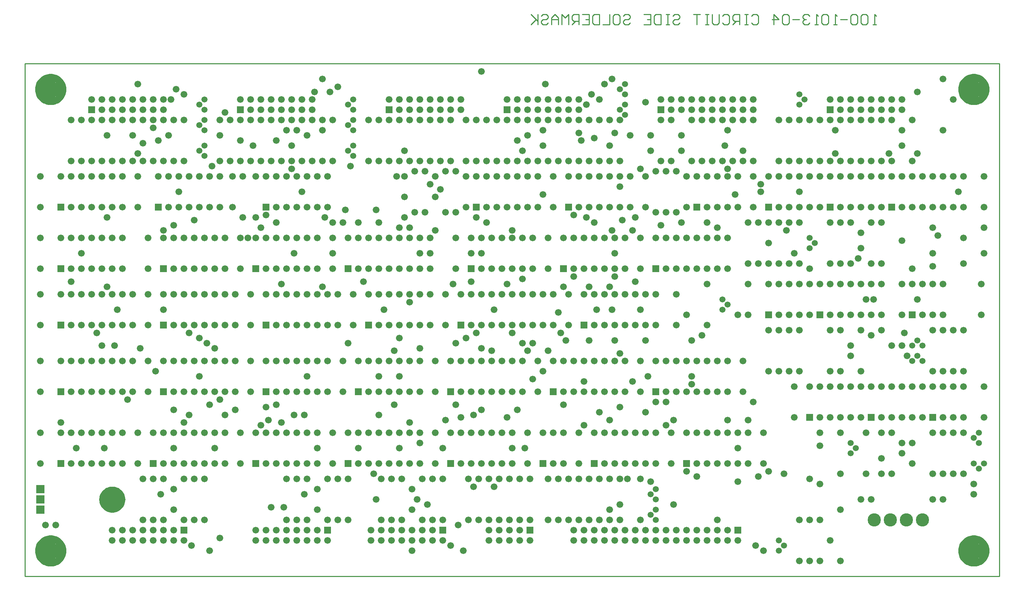
<source format=gbs>
*%FSLAX23Y23*%
*%MOIN*%
G01*
%ADD11C,0.006*%
%ADD12C,0.007*%
%ADD13C,0.008*%
%ADD14C,0.010*%
%ADD15C,0.012*%
%ADD16C,0.020*%
%ADD17C,0.030*%
%ADD18C,0.032*%
%ADD19C,0.036*%
%ADD20C,0.040*%
%ADD21C,0.050*%
%ADD22C,0.052*%
%ADD23C,0.055*%
%ADD24C,0.056*%
%ADD25C,0.059*%
%ADD26C,0.062*%
%ADD27C,0.066*%
%ADD28C,0.070*%
%ADD29C,0.090*%
%ADD30C,0.120*%
%ADD31C,0.125*%
%ADD32C,0.129*%
%ADD33C,0.140*%
%ADD34C,0.160*%
%ADD35C,0.250*%
%ADD36C,0.250*%
%ADD37R,0.062X0.062*%
%ADD38R,0.066X0.066*%
%ADD39R,0.075X0.075*%
%ADD40R,0.079X0.079*%
%ADD41R,0.250X0.250*%
D14*
X12628Y10782D02*
X12661D01*
X12644D02*
X12628D01*
X12644D02*
Y10882D01*
X12645D01*
X12644D02*
X12661Y10865D01*
X12578D02*
X12561Y10882D01*
X12528D01*
X12511Y10865D01*
Y10799D01*
X12528Y10782D01*
X12561D01*
X12578Y10799D01*
Y10865D01*
X12478D02*
X12461Y10882D01*
X12428D01*
X12411Y10865D01*
Y10799D01*
X12428Y10782D01*
X12461D01*
X12478Y10799D01*
Y10865D01*
X12378Y10832D02*
X12311D01*
X12278Y10782D02*
X12244D01*
X12261D01*
Y10882D01*
X12262D01*
X12261D02*
X12278Y10865D01*
X12194D02*
X12178Y10882D01*
X12144D01*
X12128Y10865D01*
Y10799D01*
X12144Y10782D01*
X12178D01*
X12194Y10799D01*
Y10865D01*
X12095Y10782D02*
X12061D01*
X12078D01*
Y10882D01*
X12079D01*
X12078D02*
X12095Y10865D01*
X12011D02*
X11995Y10882D01*
X11961D01*
X11945Y10865D01*
Y10849D01*
X11946D01*
X11945D02*
X11946D01*
X11945D02*
X11946D01*
X11945D02*
X11961Y10832D01*
X11978D01*
X11961D01*
X11945Y10815D01*
Y10799D01*
X11961Y10782D01*
X11995D01*
X12011Y10799D01*
X11911Y10832D02*
X11845D01*
X11811Y10865D02*
X11795Y10882D01*
X11761D01*
X11745Y10865D01*
Y10799D01*
X11761Y10782D01*
X11795D01*
X11811Y10799D01*
Y10865D01*
X11661Y10882D02*
Y10782D01*
X11711Y10832D02*
X11661Y10882D01*
X11645Y10832D02*
X11711D01*
X11461Y10882D02*
X11445Y10865D01*
X11461Y10882D02*
X11495D01*
X11511Y10865D01*
Y10799D01*
X11495Y10782D01*
X11461D01*
X11445Y10799D01*
X11411Y10882D02*
X11378D01*
X11395D01*
Y10782D01*
X11411D01*
X11378D01*
X11328D02*
Y10882D01*
X11278D01*
X11261Y10865D01*
Y10832D01*
X11278Y10815D01*
X11328D01*
X11295D02*
X11261Y10782D01*
X11161Y10865D02*
X11178Y10882D01*
X11211D01*
X11228Y10865D01*
Y10799D01*
X11211Y10782D01*
X11178D01*
X11161Y10799D01*
X11128D02*
Y10882D01*
Y10799D02*
X11112Y10782D01*
X11078D01*
X11062Y10799D01*
Y10882D01*
X11028D02*
X10995D01*
X11012D01*
Y10782D01*
X11028D01*
X10995D01*
X10945Y10882D02*
X10878D01*
X10912D01*
Y10782D01*
X10695Y10882D02*
X10678Y10865D01*
X10695Y10882D02*
X10728D01*
X10745Y10865D01*
Y10849D01*
X10728Y10832D01*
X10695D01*
X10678Y10815D01*
Y10799D01*
X10695Y10782D01*
X10728D01*
X10745Y10799D01*
X10645Y10882D02*
X10612D01*
X10628D01*
Y10782D01*
X10645D01*
X10612D01*
X10562D02*
Y10882D01*
Y10782D02*
X10512D01*
X10495Y10799D01*
Y10865D01*
X10512Y10882D01*
X10562D01*
X10462D02*
X10395D01*
X10462D02*
Y10782D01*
X10395D01*
X10428Y10832D02*
X10462D01*
X10212Y10882D02*
X10195Y10865D01*
X10212Y10882D02*
X10245D01*
X10262Y10865D01*
Y10849D01*
X10245Y10832D01*
X10212D01*
X10195Y10815D01*
Y10799D01*
X10212Y10782D01*
X10245D01*
X10262Y10799D01*
X10145Y10882D02*
X10112D01*
X10145D02*
X10162Y10865D01*
Y10799D01*
X10145Y10782D01*
X10112D01*
X10095Y10799D01*
Y10865D01*
X10112Y10882D01*
X10062D02*
Y10782D01*
X9995D01*
X9962D02*
Y10882D01*
Y10782D02*
X9912D01*
X9895Y10799D01*
Y10865D01*
X9912Y10882D01*
X9962D01*
X9862D02*
X9795D01*
X9862D02*
Y10782D01*
X9795D01*
X9829Y10832D02*
X9862D01*
X9762Y10782D02*
Y10882D01*
X9712D01*
X9695Y10865D01*
Y10832D01*
X9712Y10815D01*
X9762D01*
X9729D02*
X9695Y10782D01*
X9662D02*
Y10882D01*
X9629Y10849D01*
X9595Y10882D01*
Y10782D01*
X9562D02*
Y10849D01*
X9529Y10882D01*
X9495Y10849D01*
Y10782D01*
Y10832D01*
X9562D01*
X9412Y10882D02*
X9395Y10865D01*
X9412Y10882D02*
X9445D01*
X9462Y10865D01*
Y10849D01*
X9445Y10832D01*
X9412D01*
X9395Y10815D01*
Y10799D01*
X9412Y10782D01*
X9445D01*
X9462Y10799D01*
X9362Y10782D02*
Y10882D01*
Y10815D02*
Y10782D01*
Y10815D02*
X9295Y10882D01*
X9345Y10832D01*
X9295Y10782D01*
X13861Y5402D02*
X4361D01*
X13861D02*
Y10402D01*
X4361D01*
Y5402D01*
D25*
X6111Y10052D02*
D03*
Y9952D02*
D03*
X6061Y10002D02*
D03*
X6111Y9852D02*
D03*
Y9752D02*
D03*
X6061Y9802D02*
D03*
X6111Y9602D02*
D03*
Y9502D02*
D03*
X6061Y9552D02*
D03*
X7561Y10052D02*
D03*
Y9952D02*
D03*
X7511Y10002D02*
D03*
X7561Y9852D02*
D03*
Y9752D02*
D03*
X7511Y9802D02*
D03*
X7561Y9602D02*
D03*
Y9502D02*
D03*
X7511Y9552D02*
D03*
X10511Y6252D02*
D03*
Y6152D02*
D03*
X10461Y6202D02*
D03*
X10511Y6052D02*
D03*
Y5952D02*
D03*
X10461Y6002D02*
D03*
X10211Y10202D02*
D03*
Y10102D02*
D03*
X10161Y10152D02*
D03*
X10211Y10002D02*
D03*
Y9902D02*
D03*
X10161Y9952D02*
D03*
X11711Y5752D02*
D03*
X11761Y5702D02*
D03*
X11711Y5652D02*
D03*
X12411Y6602D02*
D03*
X12461Y6652D02*
D03*
X12411Y6702D02*
D03*
X12011Y8602D02*
D03*
Y8702D02*
D03*
X12061Y8652D02*
D03*
X11161Y8002D02*
D03*
Y8102D02*
D03*
X11211Y8052D02*
D03*
X11911Y10002D02*
D03*
Y10102D02*
D03*
X11961Y10052D02*
D03*
X13611Y6502D02*
D03*
X13711D02*
D03*
X13661Y6452D02*
D03*
Y6802D02*
D03*
Y6702D02*
D03*
X13611Y6752D02*
D03*
X13111Y7502D02*
D03*
X13011D02*
D03*
X13061Y7552D02*
D03*
X13111Y7652D02*
D03*
X13011D02*
D03*
X13061Y7702D02*
D03*
D27*
X13461Y9152D02*
D03*
X13261Y8727D02*
D03*
X13211Y8427D02*
D03*
X12961Y7552D02*
D03*
X13011Y8402D02*
D03*
X13061Y8102D02*
D03*
Y10127D02*
D03*
Y9527D02*
D03*
X12911Y8677D02*
D03*
X12936Y7777D02*
D03*
X12786Y9527D02*
D03*
X12711Y6552D02*
D03*
X12611Y7752D02*
D03*
X12711Y7802D02*
D03*
X12561Y8102D02*
D03*
X12636D02*
D03*
X12486Y8502D02*
D03*
X12261Y9527D02*
D03*
Y9752D02*
D03*
X12111Y6677D02*
D03*
X12011Y6352D02*
D03*
Y8402D02*
D03*
X11861Y8552D02*
D03*
X11786Y8777D02*
D03*
X11911Y9152D02*
D03*
X11761Y6402D02*
D03*
X11611Y6427D02*
D03*
Y8652D02*
D03*
X11561Y5652D02*
D03*
X11486Y5702D02*
D03*
X11511Y6377D02*
D03*
X11461Y7102D02*
D03*
X11411Y6927D02*
D03*
X11536Y9227D02*
D03*
Y9152D02*
D03*
X11311Y6327D02*
D03*
X11211Y6927D02*
D03*
X11311Y6652D02*
D03*
Y7952D02*
D03*
X11211Y9377D02*
D03*
Y9752D02*
D03*
X11286Y9127D02*
D03*
X11361Y9552D02*
D03*
X11111Y5952D02*
D03*
X11011Y8852D02*
D03*
X11111Y8802D02*
D03*
X11186Y9602D02*
D03*
X10811Y6427D02*
D03*
X10911Y6377D02*
D03*
X10861Y7277D02*
D03*
Y7352D02*
D03*
X10961Y7752D02*
D03*
X10861Y7702D02*
D03*
X10811Y7952D02*
D03*
X10686Y6927D02*
D03*
X10611Y6877D02*
D03*
Y7102D02*
D03*
X10686Y6102D02*
D03*
X10761Y8852D02*
D03*
X10436Y7352D02*
D03*
X10411Y7002D02*
D03*
X10461Y6327D02*
D03*
X10511Y7102D02*
D03*
X10411Y7702D02*
D03*
X10561Y8827D02*
D03*
X10411Y10027D02*
D03*
X10236Y6352D02*
D03*
X10286Y7302D02*
D03*
X10311Y8277D02*
D03*
X10361Y8002D02*
D03*
X10311Y8902D02*
D03*
X10286Y8777D02*
D03*
X10261Y9702D02*
D03*
X10361Y9377D02*
D03*
X10161Y7052D02*
D03*
X10061Y6927D02*
D03*
X10161Y6102D02*
D03*
X10061Y6052D02*
D03*
X10111Y7702D02*
D03*
Y8552D02*
D03*
X10086Y8002D02*
D03*
X10186Y8877D02*
D03*
X10086Y8777D02*
D03*
X10061Y8227D02*
D03*
X10111Y8327D02*
D03*
X10161Y7577D02*
D03*
X10086Y10252D02*
D03*
X10061Y9602D02*
D03*
X10161Y9202D02*
D03*
X10111Y9727D02*
D03*
X9961Y7002D02*
D03*
X9911Y8852D02*
D03*
X9861Y7702D02*
D03*
Y8227D02*
D03*
X9836Y8902D02*
D03*
X9936Y8002D02*
D03*
X9836Y10002D02*
D03*
X9961Y10052D02*
D03*
X10011Y10202D02*
D03*
X9886Y10102D02*
D03*
X9911Y9677D02*
D03*
X9811Y6877D02*
D03*
Y7302D02*
D03*
X9711Y8327D02*
D03*
Y8927D02*
D03*
X9636Y7702D02*
D03*
X9786Y9652D02*
D03*
X9761Y9727D02*
D03*
X9561Y7977D02*
D03*
X9461Y7602D02*
D03*
X9586Y7777D02*
D03*
X9436Y10202D02*
D03*
X9611Y7077D02*
D03*
Y8227D02*
D03*
X9411Y7402D02*
D03*
X9236Y6652D02*
D03*
X9311Y7327D02*
D03*
X9261Y7602D02*
D03*
X9311Y7677D02*
D03*
X9261Y9702D02*
D03*
X9411Y9602D02*
D03*
Y9127D02*
D03*
Y9752D02*
D03*
X9061Y6952D02*
D03*
X9161Y7027D02*
D03*
X9111Y6652D02*
D03*
X9211Y8302D02*
D03*
Y7677D02*
D03*
X9111Y7777D02*
D03*
X9061Y8252D02*
D03*
X9111Y8777D02*
D03*
X9161Y9652D02*
D03*
X9211Y9552D02*
D03*
X8936Y6277D02*
D03*
X8911Y7602D02*
D03*
X8936Y8002D02*
D03*
X8861Y8852D02*
D03*
X8736Y6977D02*
D03*
X8811Y7027D02*
D03*
X8736Y6277D02*
D03*
X8761Y8902D02*
D03*
X8711Y8277D02*
D03*
Y8552D02*
D03*
X8661Y7727D02*
D03*
X8761Y7777D02*
D03*
X8811Y7627D02*
D03*
Y8552D02*
D03*
Y10327D02*
D03*
X8636Y5652D02*
D03*
X8511Y5702D02*
D03*
X8586Y5902D02*
D03*
X8561Y7077D02*
D03*
X8611Y6952D02*
D03*
X8461Y6927D02*
D03*
X8561Y7677D02*
D03*
X8536Y8252D02*
D03*
X8286Y6102D02*
D03*
X8436Y6652D02*
D03*
X8311Y8552D02*
D03*
X8361Y8777D02*
D03*
X8411Y9177D02*
D03*
X8311Y9227D02*
D03*
X8136Y5652D02*
D03*
X8111Y6902D02*
D03*
X8211Y6702D02*
D03*
X8186Y6152D02*
D03*
X8111Y8077D02*
D03*
X8211Y7627D02*
D03*
X8061Y8902D02*
D03*
X8211Y8552D02*
D03*
X8061Y9552D02*
D03*
X8011Y6652D02*
D03*
X7961Y7077D02*
D03*
X8011Y7352D02*
D03*
X7961Y7602D02*
D03*
X8011Y7727D02*
D03*
X7986Y9302D02*
D03*
X7761Y6402D02*
D03*
X7811Y6977D02*
D03*
Y7352D02*
D03*
X7786Y6152D02*
D03*
X7861Y8002D02*
D03*
X7611Y6652D02*
D03*
X7661Y8277D02*
D03*
X7511Y7677D02*
D03*
X7536Y9402D02*
D03*
X7286Y8902D02*
D03*
X7361Y8552D02*
D03*
X7411Y10177D02*
D03*
X7336Y10127D02*
D03*
X7086Y6202D02*
D03*
X7111Y7352D02*
D03*
X7086Y6977D02*
D03*
X7211Y6652D02*
D03*
X7261Y8227D02*
D03*
X7186Y10127D02*
D03*
X7111Y9702D02*
D03*
X7261Y9752D02*
D03*
Y10252D02*
D03*
X6886Y6077D02*
D03*
X6986Y6977D02*
D03*
Y8552D02*
D03*
X7061Y9152D02*
D03*
X6961Y9602D02*
D03*
Y9377D02*
D03*
X6911Y9752D02*
D03*
X7011D02*
D03*
X6736Y6927D02*
D03*
X6711Y7052D02*
D03*
X6811Y7077D02*
D03*
X6861Y6902D02*
D03*
X6761Y6077D02*
D03*
X6861Y8252D02*
D03*
X6711Y8927D02*
D03*
X6811Y8852D02*
D03*
Y9652D02*
D03*
X6661Y6877D02*
D03*
Y8802D02*
D03*
X6536Y8702D02*
D03*
X6586Y9602D02*
D03*
X6311Y6977D02*
D03*
X6411Y7027D02*
D03*
X6461Y9652D02*
D03*
X6311Y9927D02*
D03*
X6261Y5777D02*
D03*
X6161Y5652D02*
D03*
X6261Y7127D02*
D03*
X6161Y7077D02*
D03*
X6211Y6652D02*
D03*
X6136Y7677D02*
D03*
X6211Y7627D02*
D03*
X6261Y9702D02*
D03*
X6186Y9402D02*
D03*
X5986Y5702D02*
D03*
X6061Y7352D02*
D03*
X5961Y6977D02*
D03*
X5911Y6902D02*
D03*
X6011Y8877D02*
D03*
X5961Y7777D02*
D03*
X6061Y7727D02*
D03*
X5911Y10102D02*
D03*
X5811Y6652D02*
D03*
Y7027D02*
D03*
X5711Y8002D02*
D03*
X5811Y8827D02*
D03*
X5711Y8777D02*
D03*
X5861Y9152D02*
D03*
X5761Y9702D02*
D03*
X5786Y10052D02*
D03*
X5836Y10152D02*
D03*
X5636Y7402D02*
D03*
X5686Y6202D02*
D03*
X5661Y9652D02*
D03*
X5611Y9777D02*
D03*
X5361Y7127D02*
D03*
X5486Y7627D02*
D03*
X5411Y9702D02*
D03*
X5461Y10202D02*
D03*
X5511Y9627D02*
D03*
X5461Y9527D02*
D03*
X5136Y6652D02*
D03*
X5261Y8002D02*
D03*
X5161Y8902D02*
D03*
Y8227D02*
D03*
X5236Y7652D02*
D03*
X5161Y9702D02*
D03*
X5111Y7652D02*
D03*
X5061Y7777D02*
D03*
X4861Y6652D02*
D03*
X4811Y8277D02*
D03*
X4911Y8552D02*
D03*
X4711Y6902D02*
D03*
X4561Y5902D02*
D03*
X4661D02*
D03*
X4811Y7202D02*
D03*
X4911D02*
D03*
X5011D02*
D03*
X5111D02*
D03*
X5211D02*
D03*
X5311D02*
D03*
X5411D02*
D03*
Y7502D02*
D03*
X5311D02*
D03*
X5211D02*
D03*
X5111D02*
D03*
X5011D02*
D03*
X4911D02*
D03*
X4811D02*
D03*
X4711D02*
D03*
X4511Y6802D02*
D03*
Y6502D02*
D03*
X4811D02*
D03*
X4911D02*
D03*
X5011D02*
D03*
X5111D02*
D03*
X5211D02*
D03*
X5311D02*
D03*
Y6802D02*
D03*
X5211D02*
D03*
X5111D02*
D03*
X5011D02*
D03*
X4911D02*
D03*
X4811D02*
D03*
X4711D02*
D03*
X4511Y7502D02*
D03*
Y7202D02*
D03*
Y8702D02*
D03*
Y8402D02*
D03*
X4811D02*
D03*
X4911D02*
D03*
X5011D02*
D03*
X5111D02*
D03*
X5211D02*
D03*
X5311D02*
D03*
Y8702D02*
D03*
X5211D02*
D03*
X5111D02*
D03*
X5011D02*
D03*
X4911D02*
D03*
X4811D02*
D03*
X4711D02*
D03*
X4511Y8152D02*
D03*
Y7852D02*
D03*
X4811D02*
D03*
X4911D02*
D03*
X5011D02*
D03*
X5111D02*
D03*
X5211D02*
D03*
X5311D02*
D03*
X5411D02*
D03*
Y8152D02*
D03*
X5311D02*
D03*
X5211D02*
D03*
X5111D02*
D03*
X5011D02*
D03*
X4911D02*
D03*
X4811D02*
D03*
X4711D02*
D03*
X4811Y9002D02*
D03*
X4911D02*
D03*
X5011D02*
D03*
X5111D02*
D03*
X5211D02*
D03*
X5311D02*
D03*
Y9302D02*
D03*
X5211D02*
D03*
X5111D02*
D03*
X5011D02*
D03*
X4911D02*
D03*
X4811D02*
D03*
X4711D02*
D03*
X4511D02*
D03*
Y9002D02*
D03*
X4811Y9452D02*
D03*
Y9852D02*
D03*
X4911Y9452D02*
D03*
Y9852D02*
D03*
X5711Y5952D02*
D03*
Y6352D02*
D03*
X5911Y5952D02*
D03*
Y6352D02*
D03*
X5211Y5752D02*
D03*
Y5852D02*
D03*
X5311Y5752D02*
D03*
Y5852D02*
D03*
X5411Y5752D02*
D03*
Y5852D02*
D03*
X5511Y5752D02*
D03*
Y5852D02*
D03*
X5611Y5752D02*
D03*
Y5852D02*
D03*
X5711Y5752D02*
D03*
Y5852D02*
D03*
X5811Y5752D02*
D03*
Y5852D02*
D03*
X5911Y5752D02*
D03*
X5611Y5952D02*
D03*
Y6352D02*
D03*
X5811Y7202D02*
D03*
X5911D02*
D03*
X6011D02*
D03*
X6111D02*
D03*
X6211D02*
D03*
X6311D02*
D03*
X6411D02*
D03*
Y7502D02*
D03*
X6311D02*
D03*
X6211D02*
D03*
X6111D02*
D03*
X6011D02*
D03*
X5911D02*
D03*
X5811D02*
D03*
X5711D02*
D03*
X5561D02*
D03*
Y7202D02*
D03*
X6461Y6802D02*
D03*
Y6502D02*
D03*
X5711D02*
D03*
X5811D02*
D03*
X5911D02*
D03*
X6011D02*
D03*
X6111D02*
D03*
X6211D02*
D03*
X6311D02*
D03*
Y6802D02*
D03*
X6211D02*
D03*
X6111D02*
D03*
X6011D02*
D03*
X5911D02*
D03*
X5811D02*
D03*
X5711D02*
D03*
X5611D02*
D03*
X5461D02*
D03*
Y6502D02*
D03*
X6111Y5952D02*
D03*
Y6352D02*
D03*
X6011Y5952D02*
D03*
Y6352D02*
D03*
X5511Y5952D02*
D03*
Y6352D02*
D03*
X5811Y6252D02*
D03*
Y6052D02*
D03*
X6461Y8702D02*
D03*
Y8402D02*
D03*
X5561Y8702D02*
D03*
Y8402D02*
D03*
X5811D02*
D03*
X5911D02*
D03*
X6011D02*
D03*
X6111D02*
D03*
X6211D02*
D03*
X6311D02*
D03*
Y8702D02*
D03*
X6211D02*
D03*
X6111D02*
D03*
X6011D02*
D03*
X5911D02*
D03*
X5811D02*
D03*
X5711D02*
D03*
X5761Y9002D02*
D03*
X5861D02*
D03*
X5961D02*
D03*
X6061D02*
D03*
X6161D02*
D03*
X6261D02*
D03*
Y9302D02*
D03*
X6161D02*
D03*
X6061D02*
D03*
X5961D02*
D03*
X5861D02*
D03*
X5761D02*
D03*
X5661D02*
D03*
X5561Y8152D02*
D03*
Y7852D02*
D03*
X5811D02*
D03*
X5911D02*
D03*
X6011D02*
D03*
X6111D02*
D03*
X6211D02*
D03*
X6311D02*
D03*
X6411D02*
D03*
Y8152D02*
D03*
X6311D02*
D03*
X6211D02*
D03*
X6111D02*
D03*
X6011D02*
D03*
X5911D02*
D03*
X5811D02*
D03*
X5711D02*
D03*
Y10052D02*
D03*
Y9952D02*
D03*
X5611Y10052D02*
D03*
Y9952D02*
D03*
X5511Y10052D02*
D03*
Y9952D02*
D03*
X5411Y10052D02*
D03*
Y9952D02*
D03*
X5311Y10052D02*
D03*
Y9952D02*
D03*
X5211Y10052D02*
D03*
Y9952D02*
D03*
X5111Y10052D02*
D03*
Y9952D02*
D03*
X5011Y10052D02*
D03*
X5311Y9452D02*
D03*
Y9852D02*
D03*
X6386Y9302D02*
D03*
Y9002D02*
D03*
X5461Y9302D02*
D03*
Y9002D02*
D03*
X5911Y9852D02*
D03*
Y9452D02*
D03*
X5811Y9852D02*
D03*
Y9452D02*
D03*
X5411Y9852D02*
D03*
Y9452D02*
D03*
X6261D02*
D03*
Y9852D02*
D03*
X6361Y9452D02*
D03*
Y9852D02*
D03*
X6461D02*
D03*
Y9452D02*
D03*
X7161Y10052D02*
D03*
Y9952D02*
D03*
X7061Y10052D02*
D03*
Y9952D02*
D03*
X6961Y10052D02*
D03*
Y9952D02*
D03*
X6861Y10052D02*
D03*
Y9952D02*
D03*
X6761Y10052D02*
D03*
Y9952D02*
D03*
X6661Y10052D02*
D03*
Y9952D02*
D03*
X6561Y10052D02*
D03*
Y9952D02*
D03*
X6461Y10052D02*
D03*
X5211Y9452D02*
D03*
Y9852D02*
D03*
X5711Y9452D02*
D03*
Y9852D02*
D03*
X5611Y9452D02*
D03*
Y9852D02*
D03*
X5511Y9452D02*
D03*
Y9852D02*
D03*
X5111D02*
D03*
Y9452D02*
D03*
X5011Y9852D02*
D03*
Y9452D02*
D03*
X7111Y5952D02*
D03*
Y6352D02*
D03*
X7311Y5952D02*
D03*
Y6352D02*
D03*
X6611Y5752D02*
D03*
Y5852D02*
D03*
X6711Y5752D02*
D03*
Y5852D02*
D03*
X6811Y5752D02*
D03*
Y5852D02*
D03*
X6911Y5752D02*
D03*
Y5852D02*
D03*
X7011Y5752D02*
D03*
Y5852D02*
D03*
X7111Y5752D02*
D03*
Y5852D02*
D03*
X7211Y5752D02*
D03*
Y5852D02*
D03*
X7311Y5752D02*
D03*
X8036Y5952D02*
D03*
Y6352D02*
D03*
X7711Y7202D02*
D03*
X7811D02*
D03*
X7911D02*
D03*
X8011D02*
D03*
X8111D02*
D03*
X8211D02*
D03*
Y7502D02*
D03*
X8111D02*
D03*
X8011D02*
D03*
X7911D02*
D03*
X7811D02*
D03*
X7711D02*
D03*
X7611D02*
D03*
X7461D02*
D03*
Y7202D02*
D03*
X6811D02*
D03*
X6911D02*
D03*
X7011D02*
D03*
X7111D02*
D03*
X7211D02*
D03*
X7311D02*
D03*
Y7502D02*
D03*
X7211D02*
D03*
X7111D02*
D03*
X7011D02*
D03*
X6911D02*
D03*
X6811D02*
D03*
X6711D02*
D03*
X6561D02*
D03*
Y7202D02*
D03*
X7611Y6502D02*
D03*
X7711D02*
D03*
X7811D02*
D03*
X7911D02*
D03*
X8011D02*
D03*
X8111D02*
D03*
X8211D02*
D03*
Y6802D02*
D03*
X8111D02*
D03*
X8011D02*
D03*
X7911D02*
D03*
X7811D02*
D03*
X7711D02*
D03*
X7611D02*
D03*
X7511D02*
D03*
X7361D02*
D03*
Y6502D02*
D03*
X6711D02*
D03*
X6811D02*
D03*
X6911D02*
D03*
X7011D02*
D03*
X7111D02*
D03*
X7211D02*
D03*
Y6802D02*
D03*
X7111D02*
D03*
X7011D02*
D03*
X6911D02*
D03*
X6811D02*
D03*
X6711D02*
D03*
X6611D02*
D03*
X7511Y5952D02*
D03*
Y6352D02*
D03*
X7411Y5952D02*
D03*
Y6352D02*
D03*
X6911Y5952D02*
D03*
Y6352D02*
D03*
X7011Y5952D02*
D03*
Y6352D02*
D03*
X7211Y6252D02*
D03*
Y6052D02*
D03*
X7836Y5952D02*
D03*
Y6352D02*
D03*
X7936Y5952D02*
D03*
Y6352D02*
D03*
X7486Y8977D02*
D03*
X7786D02*
D03*
X6811Y9002D02*
D03*
X6911D02*
D03*
X7011D02*
D03*
X7111D02*
D03*
X7211D02*
D03*
X7311D02*
D03*
Y9302D02*
D03*
X7211D02*
D03*
X7111D02*
D03*
X7011D02*
D03*
X6911D02*
D03*
X6811D02*
D03*
X6711D02*
D03*
X7611Y8852D02*
D03*
X7811D02*
D03*
X7461D02*
D03*
X7361D02*
D03*
X7611Y8402D02*
D03*
X7711D02*
D03*
X7811D02*
D03*
X7911D02*
D03*
X8011D02*
D03*
X8111D02*
D03*
X8211D02*
D03*
X8311D02*
D03*
Y8702D02*
D03*
X8211D02*
D03*
X8111D02*
D03*
X8011D02*
D03*
X7911D02*
D03*
X7811D02*
D03*
X7711D02*
D03*
X7611D02*
D03*
X7511D02*
D03*
X7361D02*
D03*
Y8402D02*
D03*
X6711D02*
D03*
X6811D02*
D03*
X6911D02*
D03*
X7011D02*
D03*
X7111D02*
D03*
X7211D02*
D03*
Y8702D02*
D03*
X7111D02*
D03*
X7011D02*
D03*
X6911D02*
D03*
X6811D02*
D03*
X6711D02*
D03*
X6611D02*
D03*
X6561Y8152D02*
D03*
Y7852D02*
D03*
X7811D02*
D03*
X7911D02*
D03*
X8011D02*
D03*
X8111D02*
D03*
X8211D02*
D03*
X8311D02*
D03*
Y8152D02*
D03*
X8211D02*
D03*
X8111D02*
D03*
X8011D02*
D03*
X7911D02*
D03*
X7811D02*
D03*
X7711D02*
D03*
X7561D02*
D03*
Y7852D02*
D03*
X6811D02*
D03*
X6911D02*
D03*
X7011D02*
D03*
X7111D02*
D03*
X7211D02*
D03*
X7311D02*
D03*
X7411D02*
D03*
Y8152D02*
D03*
X7311D02*
D03*
X7211D02*
D03*
X7111D02*
D03*
X7011D02*
D03*
X6911D02*
D03*
X6811D02*
D03*
X6711D02*
D03*
X6661Y9452D02*
D03*
Y9852D02*
D03*
X7161Y9452D02*
D03*
Y9852D02*
D03*
X6486Y9302D02*
D03*
Y8902D02*
D03*
X6611D02*
D03*
Y9302D02*
D03*
X7361Y9852D02*
D03*
Y9452D02*
D03*
X7261Y9852D02*
D03*
Y9452D02*
D03*
X6861Y9852D02*
D03*
Y9452D02*
D03*
X8011D02*
D03*
Y9852D02*
D03*
X7711Y9452D02*
D03*
Y9852D02*
D03*
X7811Y9452D02*
D03*
Y9852D02*
D03*
X7911D02*
D03*
Y9452D02*
D03*
X8611Y10052D02*
D03*
Y9952D02*
D03*
X8511Y10052D02*
D03*
Y9952D02*
D03*
X8411Y10052D02*
D03*
Y9952D02*
D03*
X8311Y10052D02*
D03*
Y9952D02*
D03*
X8211Y10052D02*
D03*
Y9952D02*
D03*
X8111Y10052D02*
D03*
Y9952D02*
D03*
X8011Y10052D02*
D03*
Y9952D02*
D03*
X7911Y10052D02*
D03*
X6761Y9452D02*
D03*
Y9852D02*
D03*
X7061Y9452D02*
D03*
Y9852D02*
D03*
X6961Y9452D02*
D03*
Y9852D02*
D03*
X6561D02*
D03*
Y9452D02*
D03*
X9286Y5752D02*
D03*
X9186Y5852D02*
D03*
Y5752D02*
D03*
X9086Y5852D02*
D03*
Y5752D02*
D03*
X8986Y5852D02*
D03*
Y5752D02*
D03*
X8886Y5852D02*
D03*
Y5752D02*
D03*
X9561Y5952D02*
D03*
Y6352D02*
D03*
X7736Y5752D02*
D03*
Y5852D02*
D03*
X7836Y5752D02*
D03*
Y5852D02*
D03*
X7936Y5752D02*
D03*
Y5852D02*
D03*
X8036Y5752D02*
D03*
Y5852D02*
D03*
X8136Y5752D02*
D03*
Y5852D02*
D03*
X8236Y5752D02*
D03*
Y5852D02*
D03*
X8336Y5752D02*
D03*
Y5852D02*
D03*
X8436Y5752D02*
D03*
X8236Y5952D02*
D03*
Y6352D02*
D03*
X9186Y5952D02*
D03*
Y6352D02*
D03*
X9286Y5952D02*
D03*
Y6352D02*
D03*
X8611Y7202D02*
D03*
X8711D02*
D03*
X8811D02*
D03*
X8911D02*
D03*
X9011D02*
D03*
X9111D02*
D03*
X9211D02*
D03*
Y7502D02*
D03*
X9111D02*
D03*
X9011D02*
D03*
X8911D02*
D03*
X8811D02*
D03*
X8711D02*
D03*
X8611D02*
D03*
X8511D02*
D03*
X9461Y5952D02*
D03*
Y6352D02*
D03*
X9611Y7202D02*
D03*
X9711D02*
D03*
X9811D02*
D03*
X9911D02*
D03*
X10011D02*
D03*
X10111D02*
D03*
X10211D02*
D03*
Y7502D02*
D03*
X10111D02*
D03*
X10011D02*
D03*
X9911D02*
D03*
X9811D02*
D03*
X9711D02*
D03*
X9611D02*
D03*
X9511D02*
D03*
X8361D02*
D03*
Y7202D02*
D03*
X9361Y7502D02*
D03*
Y7202D02*
D03*
X9511Y6502D02*
D03*
X9611D02*
D03*
Y6802D02*
D03*
X9511D02*
D03*
X9411D02*
D03*
X9261D02*
D03*
Y6502D02*
D03*
X8611D02*
D03*
X8711D02*
D03*
X8811D02*
D03*
X8911D02*
D03*
X9011D02*
D03*
X9111D02*
D03*
Y6802D02*
D03*
X9011D02*
D03*
X8911D02*
D03*
X8811D02*
D03*
X8711D02*
D03*
X8611D02*
D03*
X8511D02*
D03*
X8361D02*
D03*
Y6502D02*
D03*
X8136Y6252D02*
D03*
Y6052D02*
D03*
X8336Y5952D02*
D03*
Y6352D02*
D03*
X8436Y5952D02*
D03*
Y6352D02*
D03*
X8686D02*
D03*
Y5952D02*
D03*
X8786D02*
D03*
Y6352D02*
D03*
X8886Y5952D02*
D03*
Y6352D02*
D03*
X8986Y5952D02*
D03*
Y6352D02*
D03*
X9086Y5952D02*
D03*
Y6352D02*
D03*
X8011Y8802D02*
D03*
X8111D02*
D03*
X8261Y8952D02*
D03*
Y9352D02*
D03*
X8811Y8402D02*
D03*
X8911D02*
D03*
X9011D02*
D03*
X9111D02*
D03*
X9211D02*
D03*
X9311D02*
D03*
Y8702D02*
D03*
X9211D02*
D03*
X9111D02*
D03*
X9011D02*
D03*
X8911D02*
D03*
X8811D02*
D03*
X8711D02*
D03*
X9461D02*
D03*
Y8402D02*
D03*
X8561Y8702D02*
D03*
Y8402D02*
D03*
X8711Y7852D02*
D03*
X8811D02*
D03*
X8911D02*
D03*
X9011D02*
D03*
X9111D02*
D03*
X9211D02*
D03*
X9311D02*
D03*
X9411D02*
D03*
X9511D02*
D03*
Y8152D02*
D03*
X9411D02*
D03*
X9311D02*
D03*
X9211D02*
D03*
X9111D02*
D03*
X9011D02*
D03*
X8911D02*
D03*
X8811D02*
D03*
X8711D02*
D03*
X8611D02*
D03*
X8461D02*
D03*
Y7852D02*
D03*
X8561Y8952D02*
D03*
Y9352D02*
D03*
X8861Y9002D02*
D03*
X8961D02*
D03*
X9061D02*
D03*
X9161D02*
D03*
X9261D02*
D03*
X9361D02*
D03*
Y9302D02*
D03*
X9261D02*
D03*
X9161D02*
D03*
X9061D02*
D03*
X8961D02*
D03*
X8861D02*
D03*
X8761D02*
D03*
X8211Y9452D02*
D03*
Y9852D02*
D03*
X8361Y9302D02*
D03*
Y9102D02*
D03*
X8161Y8952D02*
D03*
Y9352D02*
D03*
X8061Y9302D02*
D03*
Y9102D02*
D03*
X9511Y9302D02*
D03*
Y9002D02*
D03*
X8661Y9302D02*
D03*
Y9002D02*
D03*
X8461Y8952D02*
D03*
Y9352D02*
D03*
X9561Y9452D02*
D03*
Y9852D02*
D03*
X9461Y9452D02*
D03*
Y9852D02*
D03*
X8661Y9452D02*
D03*
Y9852D02*
D03*
X8761Y9452D02*
D03*
Y9852D02*
D03*
X8861Y9452D02*
D03*
Y9852D02*
D03*
X8961Y9452D02*
D03*
Y9852D02*
D03*
X9361D02*
D03*
Y9452D02*
D03*
X9261Y9852D02*
D03*
Y9452D02*
D03*
X9161Y9852D02*
D03*
Y9452D02*
D03*
X9061Y9852D02*
D03*
Y9452D02*
D03*
X9761Y10052D02*
D03*
Y9952D02*
D03*
X9661Y10052D02*
D03*
Y9952D02*
D03*
X9561Y10052D02*
D03*
Y9952D02*
D03*
X9461Y10052D02*
D03*
Y9952D02*
D03*
X9361Y10052D02*
D03*
Y9952D02*
D03*
X9261Y10052D02*
D03*
Y9952D02*
D03*
X9161Y10052D02*
D03*
Y9952D02*
D03*
X9061Y10052D02*
D03*
X8511Y9452D02*
D03*
Y9852D02*
D03*
X8411Y9452D02*
D03*
Y9852D02*
D03*
X8311D02*
D03*
Y9452D02*
D03*
X8111Y9852D02*
D03*
Y9452D02*
D03*
X9661Y6352D02*
D03*
Y5952D02*
D03*
X9761Y6352D02*
D03*
Y5952D02*
D03*
X9861Y6352D02*
D03*
Y5952D02*
D03*
X10061Y6352D02*
D03*
Y5952D02*
D03*
X10361Y6352D02*
D03*
Y5952D02*
D03*
X10611Y7202D02*
D03*
X10711D02*
D03*
X10811D02*
D03*
X10911D02*
D03*
X11011D02*
D03*
X11111D02*
D03*
X11211D02*
D03*
Y7502D02*
D03*
X11111D02*
D03*
X11011D02*
D03*
X10911D02*
D03*
X10811D02*
D03*
X10711D02*
D03*
X10611D02*
D03*
X10511D02*
D03*
X10361D02*
D03*
Y7202D02*
D03*
X10911Y6502D02*
D03*
X11011D02*
D03*
X11111D02*
D03*
X11211D02*
D03*
X11311D02*
D03*
X11411D02*
D03*
Y6802D02*
D03*
X11311D02*
D03*
X11211D02*
D03*
X11111D02*
D03*
X11011D02*
D03*
X10911D02*
D03*
X10811D02*
D03*
X10661D02*
D03*
Y6502D02*
D03*
X10011D02*
D03*
X10111D02*
D03*
X10211D02*
D03*
X10311D02*
D03*
X10411D02*
D03*
X10511D02*
D03*
Y6802D02*
D03*
X10411D02*
D03*
X10311D02*
D03*
X10211D02*
D03*
X10111D02*
D03*
X10011D02*
D03*
X9911D02*
D03*
X9761D02*
D03*
Y6502D02*
D03*
X10161Y6352D02*
D03*
Y5952D02*
D03*
X9961Y6352D02*
D03*
Y5952D02*
D03*
X11011Y8252D02*
D03*
Y7852D02*
D03*
X10711Y8152D02*
D03*
Y7852D02*
D03*
X11011Y9002D02*
D03*
X11111D02*
D03*
X11211D02*
D03*
Y9302D02*
D03*
X11111D02*
D03*
X11011D02*
D03*
X10911D02*
D03*
X10611Y8402D02*
D03*
X10711D02*
D03*
X10811D02*
D03*
X10911D02*
D03*
X11011D02*
D03*
X11111D02*
D03*
X11211D02*
D03*
Y8702D02*
D03*
X11111D02*
D03*
X11011D02*
D03*
X10911D02*
D03*
X10811D02*
D03*
X10711D02*
D03*
X10611D02*
D03*
X10511D02*
D03*
X10361D02*
D03*
Y8402D02*
D03*
X9711D02*
D03*
X9811D02*
D03*
X9911D02*
D03*
X10011D02*
D03*
X10111D02*
D03*
X10211D02*
D03*
Y8702D02*
D03*
X10111D02*
D03*
X10011D02*
D03*
X9911D02*
D03*
X9811D02*
D03*
X9711D02*
D03*
X9611D02*
D03*
X9761Y9002D02*
D03*
X9861D02*
D03*
X9961D02*
D03*
X10061D02*
D03*
X10161D02*
D03*
X10261D02*
D03*
Y9302D02*
D03*
X10161D02*
D03*
X10061D02*
D03*
X9961D02*
D03*
X9861D02*
D03*
X9761D02*
D03*
X9661D02*
D03*
X9911Y7852D02*
D03*
X10011D02*
D03*
X10111D02*
D03*
X10211D02*
D03*
X10311D02*
D03*
X10411D02*
D03*
X10511D02*
D03*
Y8152D02*
D03*
X10411D02*
D03*
X10311D02*
D03*
X10211D02*
D03*
X10111D02*
D03*
X10011D02*
D03*
X9911D02*
D03*
X9811D02*
D03*
X9661D02*
D03*
Y7852D02*
D03*
X11061Y9852D02*
D03*
Y9452D02*
D03*
X10761Y9552D02*
D03*
Y9702D02*
D03*
X11461Y10052D02*
D03*
Y9952D02*
D03*
X11361Y10052D02*
D03*
Y9952D02*
D03*
X11261Y10052D02*
D03*
Y9952D02*
D03*
X11161Y10052D02*
D03*
Y9952D02*
D03*
X11061Y10052D02*
D03*
Y9952D02*
D03*
X10961Y10052D02*
D03*
Y9952D02*
D03*
X10861Y10052D02*
D03*
Y9952D02*
D03*
X10761Y10052D02*
D03*
Y9952D02*
D03*
X10661Y10052D02*
D03*
Y9952D02*
D03*
X10561Y10052D02*
D03*
X10811Y9302D02*
D03*
Y9002D02*
D03*
X10711Y9352D02*
D03*
Y8952D02*
D03*
X10611D02*
D03*
Y9352D02*
D03*
X10511Y8952D02*
D03*
Y9352D02*
D03*
X10411Y9302D02*
D03*
Y9002D02*
D03*
X11161Y9852D02*
D03*
Y9452D02*
D03*
X10961Y9852D02*
D03*
Y9452D02*
D03*
X10861D02*
D03*
Y9852D02*
D03*
X10461Y9552D02*
D03*
Y9702D02*
D03*
X10661Y9852D02*
D03*
Y9452D02*
D03*
X10561D02*
D03*
Y9852D02*
D03*
X10161Y9452D02*
D03*
Y9852D02*
D03*
X10061Y9452D02*
D03*
Y9852D02*
D03*
X9961Y9452D02*
D03*
Y9852D02*
D03*
X9861Y9452D02*
D03*
Y9852D02*
D03*
X9761Y9452D02*
D03*
Y9852D02*
D03*
X9661Y9452D02*
D03*
Y9852D02*
D03*
X9711Y5852D02*
D03*
X9811D02*
D03*
X9911D02*
D03*
X10011D02*
D03*
X10111D02*
D03*
X10211D02*
D03*
X10311D02*
D03*
X10411D02*
D03*
X10511D02*
D03*
X10611D02*
D03*
X10711D02*
D03*
X10811D02*
D03*
X10911D02*
D03*
X11011D02*
D03*
X11211D02*
D03*
X9711Y5752D02*
D03*
X9811D02*
D03*
X9911D02*
D03*
X10011D02*
D03*
X10111D02*
D03*
X10211D02*
D03*
X10311D02*
D03*
X10411D02*
D03*
X10511D02*
D03*
X10611D02*
D03*
X10711D02*
D03*
X10811D02*
D03*
X10911D02*
D03*
X11011D02*
D03*
X11111D02*
D03*
X11211D02*
D03*
X11311D02*
D03*
X11111Y5852D02*
D03*
X11911Y5952D02*
D03*
Y5552D02*
D03*
X12011Y5952D02*
D03*
Y5552D02*
D03*
X12111D02*
D03*
Y5952D02*
D03*
X12311Y5552D02*
D03*
Y6052D02*
D03*
X12211Y5752D02*
D03*
X11561Y6802D02*
D03*
Y6502D02*
D03*
X11361Y7502D02*
D03*
Y7202D02*
D03*
X11861Y7252D02*
D03*
Y6952D02*
D03*
X11711Y7402D02*
D03*
Y7802D02*
D03*
X11811Y7402D02*
D03*
Y7802D02*
D03*
X12561Y6402D02*
D03*
Y6802D02*
D03*
X12311D02*
D03*
Y6402D02*
D03*
X12111Y6302D02*
D03*
Y6802D02*
D03*
X12711Y6402D02*
D03*
Y6802D02*
D03*
X12111Y6952D02*
D03*
X12211D02*
D03*
X12311D02*
D03*
Y7252D02*
D03*
X12211D02*
D03*
X12111D02*
D03*
X12011D02*
D03*
X12411Y6952D02*
D03*
Y7252D02*
D03*
X12511D02*
D03*
Y6952D02*
D03*
Y6152D02*
D03*
X12611D02*
D03*
X12711Y6952D02*
D03*
X12811D02*
D03*
X12911D02*
D03*
Y7252D02*
D03*
X12811D02*
D03*
X12711D02*
D03*
X12611D02*
D03*
X11811Y8452D02*
D03*
Y8852D02*
D03*
X12511Y8752D02*
D03*
Y8602D02*
D03*
X11411Y8452D02*
D03*
Y8852D02*
D03*
X11511D02*
D03*
Y8452D02*
D03*
X11311Y9002D02*
D03*
Y9302D02*
D03*
X11611Y7802D02*
D03*
Y7402D02*
D03*
X11911Y7802D02*
D03*
Y7402D02*
D03*
X11411Y8252D02*
D03*
Y7952D02*
D03*
X11711D02*
D03*
X11811D02*
D03*
X11911D02*
D03*
Y8252D02*
D03*
X11811D02*
D03*
X11711D02*
D03*
X11611D02*
D03*
X12011Y7952D02*
D03*
Y8252D02*
D03*
X12711Y8452D02*
D03*
Y8852D02*
D03*
X12411Y7652D02*
D03*
Y7552D02*
D03*
X12511Y7802D02*
D03*
Y7402D02*
D03*
X12211Y7802D02*
D03*
Y7402D02*
D03*
X12311Y7802D02*
D03*
Y7402D02*
D03*
X12211Y7952D02*
D03*
X12311D02*
D03*
X12411D02*
D03*
X12511D02*
D03*
X12611D02*
D03*
X12711D02*
D03*
Y8252D02*
D03*
X12611D02*
D03*
X12511D02*
D03*
X12411D02*
D03*
X12311D02*
D03*
X12211D02*
D03*
X12111D02*
D03*
X12611Y8452D02*
D03*
Y8852D02*
D03*
X12311Y8452D02*
D03*
Y8852D02*
D03*
X12211D02*
D03*
Y8452D02*
D03*
X12411D02*
D03*
Y8852D02*
D03*
X11911Y8452D02*
D03*
Y8852D02*
D03*
X11711Y8452D02*
D03*
Y8852D02*
D03*
X11611D02*
D03*
Y8452D02*
D03*
X12011Y9002D02*
D03*
Y9302D02*
D03*
X11711Y9002D02*
D03*
X11811D02*
D03*
X11911D02*
D03*
Y9302D02*
D03*
X11811D02*
D03*
X11711D02*
D03*
X11611D02*
D03*
X12611Y9002D02*
D03*
Y9302D02*
D03*
X12311Y9002D02*
D03*
X12411D02*
D03*
X12511D02*
D03*
Y9302D02*
D03*
X12411D02*
D03*
X12311D02*
D03*
X12211D02*
D03*
X12511Y9852D02*
D03*
Y9452D02*
D03*
X12611Y9852D02*
D03*
Y9452D02*
D03*
X11461Y9302D02*
D03*
Y9002D02*
D03*
X12911Y10052D02*
D03*
Y9952D02*
D03*
X12811Y10052D02*
D03*
Y9952D02*
D03*
X12711Y10052D02*
D03*
Y9952D02*
D03*
X12611Y10052D02*
D03*
Y9952D02*
D03*
X12511Y10052D02*
D03*
Y9952D02*
D03*
X12411Y10052D02*
D03*
Y9952D02*
D03*
X12311Y10052D02*
D03*
Y9952D02*
D03*
X12211Y10052D02*
D03*
X12711Y9452D02*
D03*
Y9852D02*
D03*
X12411D02*
D03*
Y9452D02*
D03*
X12311Y9852D02*
D03*
Y9452D02*
D03*
X12211Y9852D02*
D03*
Y9452D02*
D03*
X12111D02*
D03*
Y9852D02*
D03*
X12011D02*
D03*
Y9452D02*
D03*
X11911Y9852D02*
D03*
Y9452D02*
D03*
X11811D02*
D03*
Y9852D02*
D03*
X11711Y9452D02*
D03*
Y9852D02*
D03*
X12111Y9302D02*
D03*
Y9002D02*
D03*
X12711Y9302D02*
D03*
Y9002D02*
D03*
X11261Y9852D02*
D03*
Y9452D02*
D03*
X11361Y9852D02*
D03*
Y9452D02*
D03*
X11461Y9852D02*
D03*
Y9452D02*
D03*
X13011Y6702D02*
D03*
Y6502D02*
D03*
X13611Y6202D02*
D03*
Y6302D02*
D03*
X13511Y6402D02*
D03*
Y6802D02*
D03*
X13211D02*
D03*
Y6402D02*
D03*
X13411Y6802D02*
D03*
Y6402D02*
D03*
X13311D02*
D03*
Y6802D02*
D03*
X12911Y6702D02*
D03*
Y6602D02*
D03*
X12811Y6402D02*
D03*
Y6802D02*
D03*
X13011Y6952D02*
D03*
Y7252D02*
D03*
X13111D02*
D03*
Y6952D02*
D03*
X13311D02*
D03*
X13411D02*
D03*
X13511D02*
D03*
Y7252D02*
D03*
X13411D02*
D03*
X13311D02*
D03*
X13211D02*
D03*
X13711Y6952D02*
D03*
Y7252D02*
D03*
X13211Y6152D02*
D03*
X13311D02*
D03*
X13511Y7402D02*
D03*
Y7802D02*
D03*
X13411Y7402D02*
D03*
Y7802D02*
D03*
X13311Y7402D02*
D03*
Y7802D02*
D03*
X13211Y7402D02*
D03*
Y7802D02*
D03*
X12911Y7652D02*
D03*
X12811D02*
D03*
X13711Y8552D02*
D03*
X13211D02*
D03*
X13511Y8452D02*
D03*
X13711Y8802D02*
D03*
X13211D02*
D03*
X13511Y8702D02*
D03*
X12911Y8252D02*
D03*
Y7952D02*
D03*
X13111D02*
D03*
X13211D02*
D03*
X13311D02*
D03*
Y8252D02*
D03*
X13211D02*
D03*
X13111D02*
D03*
X13011D02*
D03*
X13711Y9002D02*
D03*
Y9302D02*
D03*
X12911Y9002D02*
D03*
X13011D02*
D03*
X13111D02*
D03*
X13211D02*
D03*
X13311D02*
D03*
X13411D02*
D03*
X13511D02*
D03*
Y9302D02*
D03*
X13411D02*
D03*
X13311D02*
D03*
X13211D02*
D03*
X13111D02*
D03*
X13011D02*
D03*
X12911D02*
D03*
X12811D02*
D03*
X13686Y7952D02*
D03*
Y8252D02*
D03*
X12911Y9752D02*
D03*
Y9602D02*
D03*
X13311Y10252D02*
D03*
Y9752D02*
D03*
X13411Y10052D02*
D03*
X13011Y9852D02*
D03*
Y9452D02*
D03*
X12811D02*
D03*
Y9852D02*
D03*
D28*
X13494Y10152D02*
X13495D01*
X13494D02*
X13495Y10138D01*
X13497Y10125D01*
X13501Y10112D01*
X13506Y10099D01*
X13513Y10088D01*
X13521Y10077D01*
X13531Y10067D01*
X13541Y10058D01*
X13552Y10051D01*
X13565Y10045D01*
X13577Y10040D01*
X13591Y10037D01*
X13604Y10035D01*
X13618D01*
X13631Y10037D01*
X13645Y10040D01*
X13657Y10045D01*
X13670Y10051D01*
X13681Y10058D01*
X13691Y10067D01*
X13701Y10077D01*
X13709Y10088D01*
X13716Y10099D01*
X13721Y10112D01*
X13725Y10125D01*
X13727Y10138D01*
X13728Y10152D01*
X13729D01*
X13728D02*
X13727Y10166D01*
X13725Y10179D01*
X13721Y10192D01*
X13716Y10205D01*
X13709Y10216D01*
X13701Y10227D01*
X13691Y10237D01*
X13681Y10246D01*
X13670Y10253D01*
X13657Y10259D01*
X13645Y10264D01*
X13631Y10267D01*
X13618Y10269D01*
X13604D01*
X13591Y10267D01*
X13577Y10264D01*
X13565Y10259D01*
X13552Y10253D01*
X13541Y10246D01*
X13531Y10237D01*
X13521Y10227D01*
X13513Y10216D01*
X13506Y10205D01*
X13501Y10192D01*
X13497Y10179D01*
X13495Y10166D01*
X13494Y10152D01*
X13562D02*
X13563D01*
X13562D02*
X13563Y10142D01*
X13566Y10132D01*
X13571Y10123D01*
X13578Y10116D01*
X13586Y10110D01*
X13596Y10105D01*
X13606Y10103D01*
X13616D01*
X13626Y10105D01*
X13636Y10110D01*
X13644Y10116D01*
X13651Y10123D01*
X13656Y10132D01*
X13659Y10142D01*
X13660Y10152D01*
X13661D01*
X13660D02*
X13659Y10162D01*
X13656Y10172D01*
X13651Y10181D01*
X13644Y10188D01*
X13636Y10194D01*
X13626Y10199D01*
X13616Y10201D01*
X13606D01*
X13596Y10199D01*
X13586Y10194D01*
X13578Y10188D01*
X13571Y10181D01*
X13566Y10172D01*
X13563Y10162D01*
X13562Y10152D01*
X13611D02*
D03*
X13494Y5652D02*
X13495D01*
X13494D02*
X13495Y5638D01*
X13497Y5625D01*
X13501Y5612D01*
X13506Y5599D01*
X13513Y5588D01*
X13521Y5577D01*
X13531Y5567D01*
X13541Y5558D01*
X13552Y5551D01*
X13565Y5545D01*
X13577Y5540D01*
X13591Y5537D01*
X13604Y5535D01*
X13618D01*
X13631Y5537D01*
X13645Y5540D01*
X13657Y5545D01*
X13670Y5551D01*
X13681Y5558D01*
X13691Y5567D01*
X13701Y5577D01*
X13709Y5588D01*
X13716Y5599D01*
X13721Y5612D01*
X13725Y5625D01*
X13727Y5638D01*
X13728Y5652D01*
X13729D01*
X13728D02*
X13727Y5666D01*
X13725Y5679D01*
X13721Y5692D01*
X13716Y5705D01*
X13709Y5716D01*
X13701Y5727D01*
X13691Y5737D01*
X13681Y5746D01*
X13670Y5753D01*
X13657Y5759D01*
X13645Y5764D01*
X13631Y5767D01*
X13618Y5769D01*
X13604D01*
X13591Y5767D01*
X13577Y5764D01*
X13565Y5759D01*
X13552Y5753D01*
X13541Y5746D01*
X13531Y5737D01*
X13521Y5727D01*
X13513Y5716D01*
X13506Y5705D01*
X13501Y5692D01*
X13497Y5679D01*
X13495Y5666D01*
X13494Y5652D01*
X13562D02*
X13563D01*
X13562D02*
X13563Y5642D01*
X13566Y5632D01*
X13571Y5623D01*
X13578Y5616D01*
X13586Y5610D01*
X13596Y5605D01*
X13606Y5603D01*
X13616D01*
X13626Y5605D01*
X13636Y5610D01*
X13644Y5616D01*
X13651Y5623D01*
X13656Y5632D01*
X13659Y5642D01*
X13660Y5652D01*
X13661D01*
X13660D02*
X13659Y5662D01*
X13656Y5672D01*
X13651Y5681D01*
X13644Y5688D01*
X13636Y5694D01*
X13626Y5699D01*
X13616Y5701D01*
X13606D01*
X13596Y5699D01*
X13586Y5694D01*
X13578Y5688D01*
X13571Y5681D01*
X13566Y5672D01*
X13563Y5662D01*
X13562Y5652D01*
X13611D02*
D03*
X4494Y10152D02*
X4495D01*
X4494D02*
X4495Y10138D01*
X4497Y10125D01*
X4501Y10112D01*
X4506Y10099D01*
X4513Y10088D01*
X4521Y10077D01*
X4531Y10067D01*
X4541Y10058D01*
X4552Y10051D01*
X4565Y10045D01*
X4577Y10040D01*
X4591Y10037D01*
X4604Y10035D01*
X4618D01*
X4631Y10037D01*
X4645Y10040D01*
X4657Y10045D01*
X4670Y10051D01*
X4681Y10058D01*
X4691Y10067D01*
X4701Y10077D01*
X4709Y10088D01*
X4716Y10099D01*
X4721Y10112D01*
X4725Y10125D01*
X4727Y10138D01*
X4728Y10152D01*
X4729D01*
X4728D02*
X4727Y10166D01*
X4725Y10179D01*
X4721Y10192D01*
X4716Y10205D01*
X4709Y10216D01*
X4701Y10227D01*
X4691Y10237D01*
X4681Y10246D01*
X4670Y10253D01*
X4657Y10259D01*
X4645Y10264D01*
X4631Y10267D01*
X4618Y10269D01*
X4604D01*
X4591Y10267D01*
X4577Y10264D01*
X4565Y10259D01*
X4552Y10253D01*
X4541Y10246D01*
X4531Y10237D01*
X4521Y10227D01*
X4513Y10216D01*
X4506Y10205D01*
X4501Y10192D01*
X4497Y10179D01*
X4495Y10166D01*
X4494Y10152D01*
X4562D02*
X4563D01*
X4562D02*
X4563Y10142D01*
X4566Y10132D01*
X4571Y10123D01*
X4578Y10116D01*
X4586Y10110D01*
X4596Y10105D01*
X4606Y10103D01*
X4616D01*
X4626Y10105D01*
X4636Y10110D01*
X4644Y10116D01*
X4651Y10123D01*
X4656Y10132D01*
X4659Y10142D01*
X4660Y10152D01*
X4661D01*
X4660D02*
X4659Y10162D01*
X4656Y10172D01*
X4651Y10181D01*
X4644Y10188D01*
X4636Y10194D01*
X4626Y10199D01*
X4616Y10201D01*
X4606D01*
X4596Y10199D01*
X4586Y10194D01*
X4578Y10188D01*
X4571Y10181D01*
X4566Y10172D01*
X4563Y10162D01*
X4562Y10152D01*
X4611D02*
D03*
X4494Y5652D02*
X4495D01*
X4494D02*
X4495Y5638D01*
X4497Y5625D01*
X4501Y5612D01*
X4506Y5599D01*
X4513Y5588D01*
X4521Y5577D01*
X4531Y5567D01*
X4541Y5558D01*
X4552Y5551D01*
X4565Y5545D01*
X4577Y5540D01*
X4591Y5537D01*
X4604Y5535D01*
X4618D01*
X4631Y5537D01*
X4645Y5540D01*
X4657Y5545D01*
X4670Y5551D01*
X4681Y5558D01*
X4691Y5567D01*
X4701Y5577D01*
X4709Y5588D01*
X4716Y5599D01*
X4721Y5612D01*
X4725Y5625D01*
X4727Y5638D01*
X4728Y5652D01*
X4729D01*
X4728D02*
X4727Y5666D01*
X4725Y5679D01*
X4721Y5692D01*
X4716Y5705D01*
X4709Y5716D01*
X4701Y5727D01*
X4691Y5737D01*
X4681Y5746D01*
X4670Y5753D01*
X4657Y5759D01*
X4645Y5764D01*
X4631Y5767D01*
X4618Y5769D01*
X4604D01*
X4591Y5767D01*
X4577Y5764D01*
X4565Y5759D01*
X4552Y5753D01*
X4541Y5746D01*
X4531Y5737D01*
X4521Y5727D01*
X4513Y5716D01*
X4506Y5705D01*
X4501Y5692D01*
X4497Y5679D01*
X4495Y5666D01*
X4494Y5652D01*
X4562D02*
X4563D01*
X4562D02*
X4563Y5642D01*
X4566Y5632D01*
X4571Y5623D01*
X4578Y5616D01*
X4586Y5610D01*
X4596Y5605D01*
X4606Y5603D01*
X4616D01*
X4626Y5605D01*
X4636Y5610D01*
X4644Y5616D01*
X4651Y5623D01*
X4656Y5632D01*
X4659Y5642D01*
X4660Y5652D01*
X4661D01*
X4660D02*
X4659Y5662D01*
X4656Y5672D01*
X4651Y5681D01*
X4644Y5688D01*
X4636Y5694D01*
X4626Y5699D01*
X4616Y5701D01*
X4606D01*
X4596Y5699D01*
X4586Y5694D01*
X4578Y5688D01*
X4571Y5681D01*
X4566Y5672D01*
X4563Y5662D01*
X4562Y5652D01*
X4611D02*
D03*
X5119Y6152D02*
X5120D01*
X5119D02*
X5120Y6138D01*
X5123Y6125D01*
X5128Y6112D01*
X5135Y6100D01*
X5144Y6089D01*
X5154Y6080D01*
X5165Y6072D01*
X5177Y6066D01*
X5191Y6062D01*
X5204Y6060D01*
X5218D01*
X5231Y6062D01*
X5245Y6066D01*
X5257Y6072D01*
X5268Y6080D01*
X5278Y6089D01*
X5287Y6100D01*
X5294Y6112D01*
X5299Y6125D01*
X5302Y6138D01*
X5303Y6152D01*
X5304D01*
X5303D02*
X5302Y6166D01*
X5299Y6179D01*
X5294Y6192D01*
X5287Y6204D01*
X5278Y6215D01*
X5268Y6224D01*
X5257Y6232D01*
X5245Y6238D01*
X5231Y6242D01*
X5218Y6244D01*
X5204D01*
X5191Y6242D01*
X5177Y6238D01*
X5165Y6232D01*
X5154Y6224D01*
X5144Y6215D01*
X5135Y6204D01*
X5128Y6192D01*
X5123Y6179D01*
X5120Y6166D01*
X5119Y6152D01*
X5187D02*
X5188D01*
X5187D02*
X5188Y6144D01*
X5193Y6137D01*
X5199Y6131D01*
X5207Y6128D01*
X5215D01*
X5223Y6131D01*
X5229Y6137D01*
X5234Y6144D01*
X5235Y6152D01*
X5236D01*
X5235D02*
X5234Y6160D01*
X5229Y6167D01*
X5223Y6173D01*
X5215Y6176D01*
X5207D01*
X5199Y6173D01*
X5193Y6167D01*
X5188Y6160D01*
X5187Y6152D01*
D32*
X12955Y5952D02*
D03*
X12799D02*
D03*
X12643D02*
D03*
X13111D02*
D03*
D38*
X4711Y7202D02*
D03*
Y6502D02*
D03*
Y8402D02*
D03*
Y7852D02*
D03*
Y9002D02*
D03*
X5911Y5852D02*
D03*
X5711Y7202D02*
D03*
X5611Y6502D02*
D03*
X5711Y8402D02*
D03*
X5661Y9002D02*
D03*
X5711Y7852D02*
D03*
X5011Y9952D02*
D03*
X6461D02*
D03*
X7311Y5852D02*
D03*
X7611Y7202D02*
D03*
X6711D02*
D03*
X7511Y6502D02*
D03*
X6611D02*
D03*
X6711Y9002D02*
D03*
X7511Y8402D02*
D03*
X6611D02*
D03*
X7711Y7852D02*
D03*
X6711D02*
D03*
X7911Y9952D02*
D03*
X9286Y5852D02*
D03*
X8436D02*
D03*
X8511Y7202D02*
D03*
X9511D02*
D03*
X9411Y6502D02*
D03*
X8511D02*
D03*
X8711Y8402D02*
D03*
X8611Y7852D02*
D03*
X8761Y9002D02*
D03*
X9061Y9952D02*
D03*
X10511Y7202D02*
D03*
X10811Y6502D02*
D03*
X9911D02*
D03*
X10911Y9002D02*
D03*
X10511Y8402D02*
D03*
X9611D02*
D03*
X9661Y9002D02*
D03*
X9811Y7852D02*
D03*
X10561Y9952D02*
D03*
X11311Y5852D02*
D03*
X12011Y6952D02*
D03*
X12611D02*
D03*
X11611Y7952D02*
D03*
X12111D02*
D03*
X11611Y9002D02*
D03*
X12211D02*
D03*
Y9952D02*
D03*
X13211Y6952D02*
D03*
X13011Y7952D02*
D03*
X12811Y9002D02*
D03*
D40*
X4511Y6252D02*
D03*
Y6152D02*
D03*
Y6052D02*
D03*
M02*

</source>
